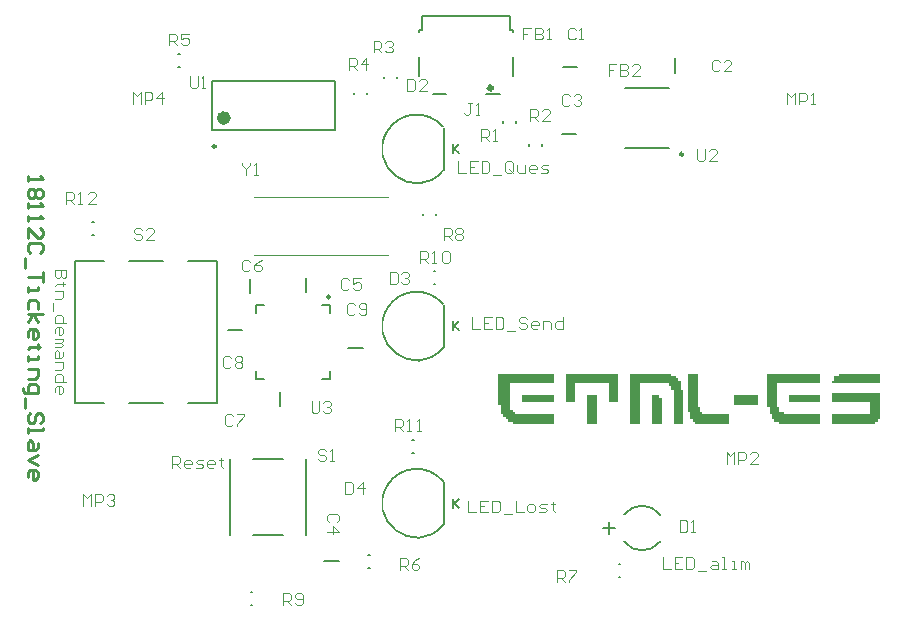
<source format=gbr>
%TF.GenerationSoftware,Altium Limited,Altium Designer,21.6.1 (37)*%
G04 Layer_Color=65535*
%FSLAX43Y43*%
%MOMM*%
%TF.SameCoordinates,722F286E-688C-4CC3-9CBB-BCC5CCC684D6*%
%TF.FilePolarity,Positive*%
%TF.FileFunction,Legend,Top*%
%TF.Part,Single*%
G01*
G75*
%TA.AperFunction,NonConductor*%
%ADD43C,0.250*%
%ADD44C,0.600*%
%ADD45C,0.400*%
%ADD46C,0.200*%
%ADD47C,0.150*%
%ADD48C,0.100*%
%ADD49C,0.254*%
%ADD50C,0.152*%
G36*
X53492Y21514D02*
Y21311D01*
Y21107D01*
Y20904D01*
Y20701D01*
Y20498D01*
Y20295D01*
Y20091D01*
Y19888D01*
Y19685D01*
Y19482D01*
Y19279D01*
X52680D01*
Y19482D01*
Y19685D01*
Y19888D01*
Y20091D01*
Y20295D01*
Y20498D01*
Y20701D01*
Y20904D01*
X49835D01*
Y20701D01*
Y20498D01*
Y20295D01*
Y20091D01*
Y19888D01*
Y19685D01*
Y19482D01*
Y19279D01*
X49022D01*
Y19482D01*
Y19685D01*
Y19888D01*
Y20091D01*
Y20295D01*
Y20498D01*
Y20701D01*
Y20904D01*
Y21107D01*
Y21311D01*
Y21514D01*
Y21717D01*
X53492D01*
Y21514D01*
D02*
G37*
G36*
X48006Y19685D02*
Y19482D01*
Y19279D01*
X45364D01*
Y19482D01*
Y19685D01*
Y19888D01*
X48006D01*
Y19685D01*
D02*
G37*
G36*
X57963Y21514D02*
X58369D01*
Y21311D01*
X58572D01*
Y21107D01*
X58776D01*
Y20904D01*
Y20701D01*
Y20498D01*
Y20295D01*
X58979D01*
Y20091D01*
Y19888D01*
Y19685D01*
Y19482D01*
Y19279D01*
Y19075D01*
Y18872D01*
Y18669D01*
Y18466D01*
Y18263D01*
Y18059D01*
Y17856D01*
Y17653D01*
Y17450D01*
X58166D01*
Y17653D01*
Y17856D01*
Y18059D01*
Y18263D01*
Y18466D01*
Y18669D01*
Y18872D01*
Y19075D01*
Y19279D01*
Y19482D01*
Y19685D01*
Y19888D01*
Y20091D01*
Y20295D01*
X57963D01*
Y20498D01*
Y20701D01*
X57760D01*
Y20904D01*
X55321D01*
Y20701D01*
Y20498D01*
Y20295D01*
Y20091D01*
Y19888D01*
Y19685D01*
Y19482D01*
Y19279D01*
Y19075D01*
Y18872D01*
Y18669D01*
Y18466D01*
Y18263D01*
Y18059D01*
Y17856D01*
Y17653D01*
Y17450D01*
X54508D01*
Y17653D01*
Y17856D01*
Y18059D01*
Y18263D01*
Y18466D01*
Y18669D01*
Y18872D01*
Y19075D01*
Y19279D01*
Y19482D01*
Y19685D01*
Y19888D01*
Y20091D01*
Y20295D01*
Y20498D01*
Y20701D01*
Y20904D01*
Y21107D01*
Y21311D01*
Y21514D01*
Y21717D01*
X57963D01*
Y21514D01*
D02*
G37*
G36*
X56947Y19685D02*
X57150D01*
Y19482D01*
Y19279D01*
Y19075D01*
Y18872D01*
Y18669D01*
Y18466D01*
Y18263D01*
Y18059D01*
Y17856D01*
Y17653D01*
Y17450D01*
X56337D01*
Y17653D01*
Y17856D01*
Y18059D01*
Y18263D01*
Y18466D01*
Y18669D01*
Y18872D01*
Y19075D01*
Y19279D01*
Y19482D01*
Y19685D01*
Y19888D01*
X56947D01*
Y19685D01*
D02*
G37*
G36*
X51664D02*
Y19482D01*
Y19279D01*
Y19075D01*
Y18872D01*
Y18669D01*
Y18466D01*
Y18263D01*
Y18059D01*
Y17856D01*
Y17653D01*
Y17450D01*
X50851D01*
Y17653D01*
Y17856D01*
Y18059D01*
Y18263D01*
Y18466D01*
Y18669D01*
Y18872D01*
Y19075D01*
Y19279D01*
Y19482D01*
Y19685D01*
Y19888D01*
X51664D01*
Y19685D01*
D02*
G37*
G36*
X48006Y21514D02*
Y21311D01*
Y21107D01*
Y20904D01*
X44348D01*
Y20701D01*
Y20498D01*
Y20295D01*
Y20091D01*
Y19888D01*
Y19685D01*
Y19482D01*
Y19279D01*
Y19075D01*
Y18872D01*
Y18669D01*
X44552D01*
Y18466D01*
X44755D01*
Y18263D01*
X48006D01*
Y18059D01*
Y17856D01*
Y17653D01*
Y17450D01*
X44552D01*
Y17653D01*
X44145D01*
Y17856D01*
X43942D01*
Y18059D01*
X43739D01*
Y18263D01*
X43536D01*
Y18466D01*
Y18669D01*
Y18872D01*
Y19075D01*
X43332D01*
Y19279D01*
Y19482D01*
Y19685D01*
Y19888D01*
Y20091D01*
Y20295D01*
Y20498D01*
Y20701D01*
Y20904D01*
Y21107D01*
Y21311D01*
Y21514D01*
Y21717D01*
X48006D01*
Y21514D01*
D02*
G37*
G36*
X75641D02*
Y21311D01*
Y21107D01*
Y20904D01*
X71577D01*
Y21107D01*
X71780D01*
Y21311D01*
Y21514D01*
X72187D01*
Y21717D01*
X75641D01*
Y21514D01*
D02*
G37*
G36*
X70561Y19685D02*
Y19482D01*
Y19279D01*
X67920D01*
Y19482D01*
Y19685D01*
Y19888D01*
X70561D01*
Y19685D01*
D02*
G37*
G36*
X65278D02*
Y19482D01*
Y19279D01*
Y19075D01*
X63246D01*
Y19279D01*
Y19482D01*
Y19685D01*
Y19888D01*
X65278D01*
Y19685D01*
D02*
G37*
G36*
X75641Y19888D02*
Y19685D01*
Y19482D01*
Y19279D01*
Y19075D01*
Y18872D01*
Y18669D01*
Y18466D01*
Y18263D01*
Y18059D01*
Y17856D01*
X75438D01*
Y17653D01*
X75235D01*
Y17450D01*
X71577D01*
Y17653D01*
Y17856D01*
Y18059D01*
Y18263D01*
X74828D01*
Y18466D01*
Y18669D01*
Y18872D01*
Y19075D01*
Y19279D01*
X71577D01*
Y19482D01*
Y19685D01*
Y19888D01*
Y20091D01*
X75641D01*
Y19888D01*
D02*
G37*
G36*
X70561Y21514D02*
Y21311D01*
Y21107D01*
Y20904D01*
X66904D01*
Y20701D01*
Y20498D01*
Y20295D01*
Y20091D01*
Y19888D01*
Y19685D01*
Y19482D01*
Y19279D01*
Y19075D01*
Y18872D01*
X67107D01*
Y18669D01*
Y18466D01*
X67513D01*
Y18263D01*
X70561D01*
Y18059D01*
Y17856D01*
Y17653D01*
Y17450D01*
X67107D01*
Y17653D01*
X66700D01*
Y17856D01*
X66497D01*
Y18059D01*
Y18263D01*
X66294D01*
Y18466D01*
Y18669D01*
Y18872D01*
X66091D01*
Y19075D01*
Y19279D01*
Y19482D01*
Y19685D01*
Y19888D01*
Y20091D01*
Y20295D01*
Y20498D01*
Y20701D01*
Y20904D01*
Y21107D01*
Y21311D01*
Y21514D01*
Y21717D01*
X70561D01*
Y21514D01*
D02*
G37*
G36*
X60198D02*
Y21311D01*
Y21107D01*
Y20904D01*
Y20701D01*
Y20498D01*
Y20295D01*
Y20091D01*
Y19888D01*
Y19685D01*
Y19482D01*
Y19279D01*
Y19075D01*
Y18872D01*
X60401D01*
Y18669D01*
Y18466D01*
X60604D01*
Y18263D01*
X62840D01*
Y18059D01*
Y17856D01*
Y17653D01*
Y17450D01*
X59995D01*
Y17653D01*
X59792D01*
Y17856D01*
X59588D01*
Y18059D01*
Y18263D01*
Y18466D01*
X59385D01*
Y18669D01*
Y18872D01*
Y19075D01*
Y19279D01*
Y19482D01*
Y19685D01*
Y19888D01*
Y20091D01*
Y20295D01*
Y20498D01*
Y20701D01*
Y20904D01*
Y21107D01*
Y21311D01*
Y21514D01*
Y21717D01*
X60198D01*
Y21514D01*
D02*
G37*
D43*
X19412Y40950D02*
G03*
X19412Y40950I-125J0D01*
G01*
X58975Y40282D02*
G03*
X58975Y40282I-125J0D01*
G01*
X29077Y28202D02*
G03*
X29077Y28202I-125J0D01*
G01*
D44*
X20387Y43350D02*
G03*
X20387Y43350I-300J0D01*
G01*
D45*
X42783Y45891D02*
G03*
X42783Y45891I-141J0D01*
G01*
D46*
X53987Y7485D02*
G03*
X57019Y7496I1512J1151D01*
G01*
Y9776D02*
G03*
X53987Y9787I-1520J-1140D01*
G01*
X34041Y42419D02*
G03*
X38649Y38903I2369J-1672D01*
G01*
X38638Y42603D02*
G03*
X33940Y42266I-2228J-1857D01*
G01*
X34041Y27419D02*
G03*
X38649Y23903I2369J-1672D01*
G01*
X38638Y27603D02*
G03*
X33940Y27266I-2228J-1857D01*
G01*
X34041Y12419D02*
G03*
X38649Y8903I2369J-1672D01*
G01*
X38638Y12603D02*
G03*
X33940Y12266I-2228J-1857D01*
G01*
X16250Y47662D02*
X16350D01*
X16250Y48763D02*
X16350D01*
X19087Y42350D02*
X29487D01*
X19087Y46450D02*
X29487D01*
X19087Y42350D02*
Y46450D01*
X29487Y42350D02*
Y46450D01*
X58300Y47200D02*
Y48400D01*
X34757Y46750D02*
Y46850D01*
X33657Y46750D02*
Y46850D01*
X32250Y45350D02*
Y45450D01*
X31150Y45350D02*
Y45450D01*
X54050Y40782D02*
X57750D01*
X54050Y45882D02*
X57750D01*
X47000Y41013D02*
Y41113D01*
X45900Y41013D02*
Y41113D01*
X44794Y42957D02*
Y43057D01*
X43694Y42957D02*
Y43057D01*
X48784Y47700D02*
X49984D01*
X22300Y28535D02*
Y29735D01*
X28427Y27552D02*
X29102D01*
Y26877D02*
Y27552D01*
Y21252D02*
Y21927D01*
X28427Y21252D02*
X29102D01*
X22802D02*
X23477D01*
X22802D02*
Y21927D01*
Y27552D02*
X23477D01*
X22802Y26877D02*
Y27552D01*
X24811Y18958D02*
Y20158D01*
X27052Y28610D02*
Y29810D01*
X30642Y23876D02*
X31842D01*
X20400Y25400D02*
X21600D01*
X28610Y5842D02*
X29810D01*
X48684Y41963D02*
X49884D01*
X22390Y3217D02*
X22490D01*
X22390Y2117D02*
X22490D01*
X27040Y8065D02*
Y14465D01*
X20640Y8065D02*
Y14465D01*
X22540D02*
X25140D01*
X22540Y8065D02*
X25140D01*
X32335Y5292D02*
X32435D01*
X32335Y6392D02*
X32435D01*
X53544Y4530D02*
X53644D01*
X53544Y5630D02*
X53644D01*
X36050Y14950D02*
X36150D01*
X36050Y16050D02*
X36150D01*
X38015Y35129D02*
Y35229D01*
X36915Y35129D02*
Y35229D01*
X57019Y7496D02*
X57023Y7551D01*
X57019Y9776D02*
X57023Y9721D01*
X52209Y8636D02*
X53209D01*
X52709Y8136D02*
Y9136D01*
X38696Y38968D02*
Y42524D01*
Y23968D02*
Y27524D01*
Y8968D02*
Y12524D01*
X37884Y30395D02*
X37984D01*
X37884Y29295D02*
X37984D01*
X8967Y34586D02*
X9067D01*
X8967Y33486D02*
X9067D01*
X7510Y31246D02*
X9950D01*
X12080D02*
X14940D01*
X17070D02*
X19510D01*
X17070Y19246D02*
X19510D01*
X12080D02*
X14940D01*
X7510D02*
X9950D01*
X19510D02*
Y31246D01*
X7510Y19246D02*
Y31246D01*
D47*
X36600Y50791D02*
X36900D01*
Y51991D01*
X44300D01*
Y50791D02*
Y51991D01*
Y50791D02*
X44600D01*
X37770Y45391D02*
X38900D01*
X42300D02*
X43430D01*
X44600Y50651D02*
Y50791D01*
Y46921D02*
Y48521D01*
X36600Y46921D02*
Y48521D01*
Y50651D02*
Y50791D01*
D48*
X22621Y36650D02*
X34021D01*
X22621Y31750D02*
X34021D01*
X40800Y10966D02*
Y9967D01*
X41466D01*
X42466Y10966D02*
X41800D01*
Y9967D01*
X42466D01*
X41800Y10466D02*
X42133D01*
X42799Y10966D02*
Y9967D01*
X43299D01*
X43466Y10133D01*
Y10800D01*
X43299Y10966D01*
X42799D01*
X43799Y9800D02*
X44465D01*
X44799Y10966D02*
Y9967D01*
X45465D01*
X45965D02*
X46298D01*
X46465Y10133D01*
Y10466D01*
X46298Y10633D01*
X45965D01*
X45798Y10466D01*
Y10133D01*
X45965Y9967D01*
X46798D02*
X47298D01*
X47465Y10133D01*
X47298Y10300D01*
X46965D01*
X46798Y10466D01*
X46965Y10633D01*
X47465D01*
X47964Y10800D02*
Y10633D01*
X47798D01*
X48131D01*
X47964D01*
Y10133D01*
X48131Y9967D01*
X57250Y6160D02*
Y5161D01*
X57916D01*
X58916Y6160D02*
X58250D01*
Y5161D01*
X58916D01*
X58250Y5660D02*
X58583D01*
X59249Y6160D02*
Y5161D01*
X59749D01*
X59916Y5327D01*
Y5994D01*
X59749Y6160D01*
X59249D01*
X60249Y4994D02*
X60915D01*
X61415Y5827D02*
X61749D01*
X61915Y5660D01*
Y5161D01*
X61415D01*
X61249Y5327D01*
X61415Y5494D01*
X61915D01*
X62248Y5161D02*
X62582D01*
X62415D01*
Y6160D01*
X62248D01*
X63081Y5161D02*
X63415D01*
X63248D01*
Y5827D01*
X63081D01*
X63915Y5161D02*
Y5827D01*
X64081D01*
X64248Y5660D01*
Y5161D01*
Y5660D01*
X64414Y5827D01*
X64581Y5660D01*
Y5161D01*
X41100Y26466D02*
Y25467D01*
X41766D01*
X42766Y26466D02*
X42100D01*
Y25467D01*
X42766D01*
X42100Y25966D02*
X42433D01*
X43099Y26466D02*
Y25467D01*
X43599D01*
X43766Y25633D01*
Y26300D01*
X43599Y26466D01*
X43099D01*
X44099Y25300D02*
X44765D01*
X45765Y26300D02*
X45599Y26466D01*
X45265D01*
X45099Y26300D01*
Y26133D01*
X45265Y25966D01*
X45599D01*
X45765Y25800D01*
Y25633D01*
X45599Y25467D01*
X45265D01*
X45099Y25633D01*
X46598Y25467D02*
X46265D01*
X46098Y25633D01*
Y25966D01*
X46265Y26133D01*
X46598D01*
X46765Y25966D01*
Y25800D01*
X46098D01*
X47098Y25467D02*
Y26133D01*
X47598D01*
X47765Y25966D01*
Y25467D01*
X48764Y26466D02*
Y25467D01*
X48264D01*
X48098Y25633D01*
Y25966D01*
X48264Y26133D01*
X48764D01*
X39910Y39688D02*
Y38688D01*
X40577D01*
X41576Y39688D02*
X40910D01*
Y38688D01*
X41576D01*
X40910Y39188D02*
X41243D01*
X41909Y39688D02*
Y38688D01*
X42409D01*
X42576Y38854D01*
Y39521D01*
X42409Y39688D01*
X41909D01*
X42909Y38521D02*
X43576D01*
X44575Y38854D02*
Y39521D01*
X44409Y39688D01*
X44075D01*
X43909Y39521D01*
Y38854D01*
X44075Y38688D01*
X44409D01*
X44242Y39021D02*
X44575Y38688D01*
X44409D02*
X44575Y38854D01*
X44908Y39354D02*
Y38854D01*
X45075Y38688D01*
X45575D01*
Y39354D01*
X46408Y38688D02*
X46075D01*
X45908Y38854D01*
Y39188D01*
X46075Y39354D01*
X46408D01*
X46575Y39188D01*
Y39021D01*
X45908D01*
X46908Y38688D02*
X47408D01*
X47574Y38854D01*
X47408Y39021D01*
X47074D01*
X46908Y39188D01*
X47074Y39354D01*
X47574D01*
X6766Y30500D02*
X5767D01*
Y30000D01*
X5933Y29834D01*
X6100D01*
X6266Y30000D01*
Y30500D01*
Y30000D01*
X6433Y29834D01*
X6600D01*
X6766Y30000D01*
Y30500D01*
X6600Y29334D02*
X6433D01*
Y29500D01*
Y29167D01*
Y29334D01*
X5933D01*
X5767Y29167D01*
Y28667D02*
X6433D01*
Y28167D01*
X6266Y28001D01*
X5767D01*
X5600Y27668D02*
Y27001D01*
X6766Y26001D02*
X5767D01*
Y26501D01*
X5933Y26668D01*
X6266D01*
X6433Y26501D01*
Y26001D01*
X5767Y25168D02*
Y25502D01*
X5933Y25668D01*
X6266D01*
X6433Y25502D01*
Y25168D01*
X6266Y25002D01*
X6100D01*
Y25668D01*
X5767Y24669D02*
X6433D01*
Y24502D01*
X6266Y24335D01*
X5767D01*
X6266D01*
X6433Y24169D01*
X6266Y24002D01*
X5767D01*
X6433Y23502D02*
Y23169D01*
X6266Y23002D01*
X5767D01*
Y23502D01*
X5933Y23669D01*
X6100Y23502D01*
Y23002D01*
X5767Y22669D02*
X6433D01*
Y22169D01*
X6266Y22003D01*
X5767D01*
X6766Y21003D02*
X5767D01*
Y21503D01*
X5933Y21670D01*
X6266D01*
X6433Y21503D01*
Y21003D01*
X5767Y20170D02*
Y20503D01*
X5933Y20670D01*
X6266D01*
X6433Y20503D01*
Y20170D01*
X6266Y20003D01*
X6100D01*
Y20670D01*
X15700Y13700D02*
Y14700D01*
X16200D01*
X16366Y14533D01*
Y14200D01*
X16200Y14033D01*
X15700D01*
X16033D02*
X16366Y13700D01*
X17200D02*
X16866D01*
X16700Y13867D01*
Y14200D01*
X16866Y14366D01*
X17200D01*
X17366Y14200D01*
Y14033D01*
X16700D01*
X17699Y13700D02*
X18199D01*
X18366Y13867D01*
X18199Y14033D01*
X17866D01*
X17699Y14200D01*
X17866Y14366D01*
X18366D01*
X19199Y13700D02*
X18866D01*
X18699Y13867D01*
Y14200D01*
X18866Y14366D01*
X19199D01*
X19365Y14200D01*
Y14033D01*
X18699D01*
X19865Y14533D02*
Y14366D01*
X19699D01*
X20032D01*
X19865D01*
Y13867D01*
X20032Y13700D01*
X12382Y44564D02*
Y45563D01*
X12715Y45230D01*
X13048Y45563D01*
Y44564D01*
X13382D02*
Y45563D01*
X13882D01*
X14048Y45397D01*
Y45064D01*
X13882Y44897D01*
X13382D01*
X14881Y44564D02*
Y45563D01*
X14381Y45064D01*
X15048D01*
X8165Y10500D02*
Y11500D01*
X8498Y11166D01*
X8832Y11500D01*
Y10500D01*
X9165D02*
Y11500D01*
X9665D01*
X9831Y11333D01*
Y11000D01*
X9665Y10833D01*
X9165D01*
X10164Y11333D02*
X10331Y11500D01*
X10664D01*
X10831Y11333D01*
Y11166D01*
X10664Y11000D01*
X10498D01*
X10664D01*
X10831Y10833D01*
Y10667D01*
X10664Y10500D01*
X10331D01*
X10164Y10667D01*
X62649Y14058D02*
Y15058D01*
X62982Y14725D01*
X63315Y15058D01*
Y14058D01*
X63648D02*
Y15058D01*
X64148D01*
X64315Y14891D01*
Y14558D01*
X64148Y14392D01*
X63648D01*
X65314Y14058D02*
X64648D01*
X65314Y14725D01*
Y14891D01*
X65148Y15058D01*
X64815D01*
X64648Y14891D01*
X67800Y44500D02*
Y45500D01*
X68133Y45166D01*
X68466Y45500D01*
Y44500D01*
X68800D02*
Y45500D01*
X69300D01*
X69466Y45333D01*
Y45000D01*
X69300Y44833D01*
X68800D01*
X69799Y44500D02*
X70133D01*
X69966D01*
Y45500D01*
X69799Y45333D01*
X49866Y50833D02*
X49700Y51000D01*
X49367D01*
X49200Y50833D01*
Y50167D01*
X49367Y50000D01*
X49700D01*
X49866Y50167D01*
X50200Y50000D02*
X50533D01*
X50366D01*
Y51000D01*
X50200Y50833D01*
X62066Y48133D02*
X61900Y48300D01*
X61567D01*
X61400Y48133D01*
Y47467D01*
X61567Y47300D01*
X61900D01*
X62066Y47467D01*
X63066Y47300D02*
X62400D01*
X63066Y47966D01*
Y48133D01*
X62900Y48300D01*
X62566D01*
X62400Y48133D01*
X49366Y45233D02*
X49200Y45400D01*
X48867D01*
X48700Y45233D01*
Y44567D01*
X48867Y44400D01*
X49200D01*
X49366Y44567D01*
X49700Y45233D02*
X49866Y45400D01*
X50200D01*
X50366Y45233D01*
Y45066D01*
X50200Y44900D01*
X50033D01*
X50200D01*
X50366Y44733D01*
Y44567D01*
X50200Y44400D01*
X49866D01*
X49700Y44567D01*
X29633Y9134D02*
X29800Y9300D01*
Y9633D01*
X29633Y9800D01*
X28967D01*
X28800Y9633D01*
Y9300D01*
X28967Y9134D01*
X28800Y8300D02*
X29800D01*
X29300Y8800D01*
Y8134D01*
X20666Y23033D02*
X20500Y23200D01*
X20167D01*
X20000Y23033D01*
Y22367D01*
X20167Y22200D01*
X20500D01*
X20666Y22367D01*
X21000Y23033D02*
X21166Y23200D01*
X21500D01*
X21666Y23033D01*
Y22866D01*
X21500Y22700D01*
X21666Y22533D01*
Y22367D01*
X21500Y22200D01*
X21166D01*
X21000Y22367D01*
Y22533D01*
X21166Y22700D01*
X21000Y22866D01*
Y23033D01*
X21166Y22700D02*
X21500D01*
X31166Y27533D02*
X31000Y27700D01*
X30667D01*
X30500Y27533D01*
Y26867D01*
X30667Y26700D01*
X31000D01*
X31166Y26867D01*
X31500D02*
X31666Y26700D01*
X32000D01*
X32166Y26867D01*
Y27533D01*
X32000Y27700D01*
X31666D01*
X31500Y27533D01*
Y27366D01*
X31666Y27200D01*
X32166D01*
X20835Y18105D02*
X20668Y18272D01*
X20335D01*
X20168Y18105D01*
Y17439D01*
X20335Y17272D01*
X20668D01*
X20835Y17439D01*
X21168Y18272D02*
X21834D01*
Y18105D01*
X21168Y17439D01*
Y17272D01*
X58678Y9302D02*
Y8302D01*
X59178D01*
X59344Y8469D01*
Y9135D01*
X59178Y9302D01*
X58678D01*
X59678Y8302D02*
X60011D01*
X59844D01*
Y9302D01*
X59678Y9135D01*
X35582Y46625D02*
Y45625D01*
X36082D01*
X36249Y45792D01*
Y46458D01*
X36082Y46625D01*
X35582D01*
X37248Y45625D02*
X36582D01*
X37248Y46291D01*
Y46458D01*
X37082Y46625D01*
X36749D01*
X36582Y46458D01*
X34128Y30300D02*
Y29300D01*
X34628D01*
X34795Y29467D01*
Y30133D01*
X34628Y30300D01*
X34128D01*
X35128Y30133D02*
X35295Y30300D01*
X35628D01*
X35794Y30133D01*
Y29966D01*
X35628Y29800D01*
X35461D01*
X35628D01*
X35794Y29633D01*
Y29467D01*
X35628Y29300D01*
X35295D01*
X35128Y29467D01*
X30353Y12557D02*
Y11557D01*
X30853D01*
X31019Y11724D01*
Y12390D01*
X30853Y12557D01*
X30353D01*
X31853Y11557D02*
Y12557D01*
X31353Y12057D01*
X32019D01*
X41066Y44600D02*
X40733D01*
X40900D01*
Y43767D01*
X40733Y43600D01*
X40567D01*
X40400Y43767D01*
X41400Y43600D02*
X41733D01*
X41566D01*
Y44600D01*
X41400Y44433D01*
X41900Y41400D02*
Y42400D01*
X42400D01*
X42566Y42233D01*
Y41900D01*
X42400Y41733D01*
X41900D01*
X42233D02*
X42566Y41400D01*
X42900D02*
X43233D01*
X43066D01*
Y42400D01*
X42900Y42233D01*
X46000Y43100D02*
Y44100D01*
X46500D01*
X46666Y43933D01*
Y43600D01*
X46500Y43433D01*
X46000D01*
X46333D02*
X46666Y43100D01*
X47666D02*
X47000D01*
X47666Y43766D01*
Y43933D01*
X47500Y44100D01*
X47166D01*
X47000Y43933D01*
X48278Y4064D02*
Y5064D01*
X48778D01*
X48945Y4897D01*
Y4564D01*
X48778Y4397D01*
X48278D01*
X48611D02*
X48945Y4064D01*
X49278Y5064D02*
X49944D01*
Y4897D01*
X49278Y4231D01*
Y4064D01*
X38700Y33000D02*
Y34000D01*
X39200D01*
X39366Y33833D01*
Y33500D01*
X39200Y33333D01*
X38700D01*
X39033D02*
X39366Y33000D01*
X39700Y33833D02*
X39866Y34000D01*
X40200D01*
X40366Y33833D01*
Y33666D01*
X40200Y33500D01*
X40366Y33333D01*
Y33167D01*
X40200Y33000D01*
X39866D01*
X39700Y33167D01*
Y33333D01*
X39866Y33500D01*
X39700Y33666D01*
Y33833D01*
X39866Y33500D02*
X40200D01*
X36703Y31091D02*
Y32091D01*
X37203D01*
X37369Y31924D01*
Y31591D01*
X37203Y31424D01*
X36703D01*
X37036D02*
X37369Y31091D01*
X37703D02*
X38036D01*
X37869D01*
Y32091D01*
X37703Y31924D01*
X38536D02*
X38702Y32091D01*
X39036D01*
X39202Y31924D01*
Y31258D01*
X39036Y31091D01*
X38702D01*
X38536Y31258D01*
Y31924D01*
X34575Y16835D02*
Y17835D01*
X35075D01*
X35241Y17668D01*
Y17335D01*
X35075Y17168D01*
X34575D01*
X34908D02*
X35241Y16835D01*
X35575D02*
X35908D01*
X35741D01*
Y17835D01*
X35575Y17668D01*
X36408Y16835D02*
X36741D01*
X36574D01*
Y17835D01*
X36408Y17668D01*
X6731Y36068D02*
Y37068D01*
X7231D01*
X7397Y36901D01*
Y36568D01*
X7231Y36401D01*
X6731D01*
X7064D02*
X7397Y36068D01*
X7731D02*
X8064D01*
X7897D01*
Y37068D01*
X7731Y36901D01*
X9230Y36068D02*
X8564D01*
X9230Y36734D01*
Y36901D01*
X9064Y37068D01*
X8730D01*
X8564Y36901D01*
X28733Y15184D02*
X28567Y15351D01*
X28234D01*
X28067Y15184D01*
Y15017D01*
X28234Y14851D01*
X28567D01*
X28733Y14684D01*
Y14518D01*
X28567Y14351D01*
X28234D01*
X28067Y14518D01*
X29067Y14351D02*
X29400D01*
X29233D01*
Y15351D01*
X29067Y15184D01*
X13167Y33853D02*
X13000Y34020D01*
X12667D01*
X12500Y33853D01*
Y33686D01*
X12667Y33520D01*
X13000D01*
X13167Y33353D01*
Y33187D01*
X13000Y33020D01*
X12667D01*
X12500Y33187D01*
X14166Y33020D02*
X13500D01*
X14166Y33686D01*
Y33853D01*
X14000Y34020D01*
X13666D01*
X13500Y33853D01*
X17200Y46900D02*
Y46067D01*
X17367Y45900D01*
X17700D01*
X17866Y46067D01*
Y46900D01*
X18200Y45900D02*
X18533D01*
X18366D01*
Y46900D01*
X18200Y46733D01*
X27512Y19415D02*
Y18582D01*
X27678Y18415D01*
X28011D01*
X28178Y18582D01*
Y19415D01*
X28511Y19248D02*
X28678Y19415D01*
X29011D01*
X29178Y19248D01*
Y19081D01*
X29011Y18915D01*
X28844D01*
X29011D01*
X29178Y18748D01*
Y18582D01*
X29011Y18415D01*
X28678D01*
X28511Y18582D01*
X25140Y2117D02*
Y3117D01*
X25640D01*
X25806Y2950D01*
Y2617D01*
X25640Y2450D01*
X25140D01*
X25473D02*
X25806Y2117D01*
X26140Y2284D02*
X26306Y2117D01*
X26640D01*
X26806Y2284D01*
Y2950D01*
X26640Y3117D01*
X26306D01*
X26140Y2950D01*
Y2783D01*
X26306Y2617D01*
X26806D01*
X46100Y51000D02*
X45434D01*
Y50500D01*
X45767D01*
X45434D01*
Y50000D01*
X46433Y51000D02*
Y50000D01*
X46933D01*
X47100Y50167D01*
Y50333D01*
X46933Y50500D01*
X46433D01*
X46933D01*
X47100Y50667D01*
Y50833D01*
X46933Y51000D01*
X46433D01*
X47433Y50000D02*
X47766D01*
X47600D01*
Y51000D01*
X47433Y50833D01*
X53334Y47900D02*
X52667D01*
Y47400D01*
X53000D01*
X52667D01*
Y46900D01*
X53667Y47900D02*
Y46900D01*
X54167D01*
X54333Y47067D01*
Y47233D01*
X54167Y47400D01*
X53667D01*
X54167D01*
X54333Y47567D01*
Y47733D01*
X54167Y47900D01*
X53667D01*
X55333Y46900D02*
X54666D01*
X55333Y47567D01*
Y47733D01*
X55166Y47900D01*
X54833D01*
X54666Y47733D01*
X32767Y48900D02*
Y49900D01*
X33267D01*
X33433Y49733D01*
Y49400D01*
X33267Y49233D01*
X32767D01*
X33100D02*
X33433Y48900D01*
X33767Y49733D02*
X33933Y49900D01*
X34266D01*
X34433Y49733D01*
Y49567D01*
X34266Y49400D01*
X34100D01*
X34266D01*
X34433Y49233D01*
Y49067D01*
X34266Y48900D01*
X33933D01*
X33767Y49067D01*
X30667Y47400D02*
Y48400D01*
X31167D01*
X31333Y48233D01*
Y47900D01*
X31167Y47733D01*
X30667D01*
X31000D02*
X31333Y47400D01*
X32166D02*
Y48400D01*
X31667Y47900D01*
X32333D01*
X15467Y49500D02*
Y50500D01*
X15967D01*
X16133Y50333D01*
Y50000D01*
X15967Y49833D01*
X15467D01*
X15800D02*
X16133Y49500D01*
X17133Y50500D02*
X16467D01*
Y50000D01*
X16800Y50167D01*
X16966D01*
X17133Y50000D01*
Y49667D01*
X16966Y49500D01*
X16633D01*
X16467Y49667D01*
X34981Y5088D02*
Y6088D01*
X35481D01*
X35647Y5921D01*
Y5588D01*
X35481Y5421D01*
X34981D01*
X35314D02*
X35647Y5088D01*
X36647Y6088D02*
X36314Y5921D01*
X35981Y5588D01*
Y5255D01*
X36147Y5088D01*
X36480D01*
X36647Y5255D01*
Y5421D01*
X36480Y5588D01*
X35981D01*
X60167Y40700D02*
Y39867D01*
X60334Y39700D01*
X60667D01*
X60833Y39867D01*
Y40700D01*
X61833Y39700D02*
X61167D01*
X61833Y40367D01*
Y40533D01*
X61666Y40700D01*
X61333D01*
X61167Y40533D01*
X30702Y29663D02*
X30535Y29830D01*
X30202D01*
X30035Y29663D01*
Y28997D01*
X30202Y28830D01*
X30535D01*
X30702Y28997D01*
X31701Y29830D02*
X31035D01*
Y29330D01*
X31368Y29496D01*
X31535D01*
X31701Y29330D01*
Y28997D01*
X31535Y28830D01*
X31201D01*
X31035Y28997D01*
X22298Y31201D02*
X22131Y31368D01*
X21798D01*
X21631Y31201D01*
Y30535D01*
X21798Y30368D01*
X22131D01*
X22298Y30535D01*
X23297Y31368D02*
X22964Y31201D01*
X22631Y30868D01*
Y30535D01*
X22797Y30368D01*
X23131D01*
X23297Y30535D01*
Y30701D01*
X23131Y30868D01*
X22631D01*
X21623Y39534D02*
Y39367D01*
X21956Y39034D01*
X22289Y39367D01*
Y39534D01*
X21956Y39034D02*
Y38534D01*
X22622D02*
X22956D01*
X22789D01*
Y39534D01*
X22622Y39367D01*
D49*
X3500Y38421D02*
Y38003D01*
Y38212D01*
X4754D01*
X4545Y38421D01*
Y37377D02*
X4754Y37168D01*
Y36750D01*
X4545Y36541D01*
X4336D01*
X4127Y36750D01*
X3918Y36541D01*
X3709D01*
X3500Y36750D01*
Y37168D01*
X3709Y37377D01*
X3918D01*
X4127Y37168D01*
X4336Y37377D01*
X4545D01*
X4127Y37168D02*
Y36750D01*
X3500Y36123D02*
Y35705D01*
Y35914D01*
X4754D01*
X4545Y36123D01*
X3500Y35078D02*
Y34660D01*
Y34869D01*
X4754D01*
X4545Y35078D01*
X3500Y33198D02*
Y34034D01*
X4336Y33198D01*
X4545D01*
X4754Y33407D01*
Y33825D01*
X4545Y34034D01*
Y31944D02*
X4754Y32153D01*
Y32571D01*
X4545Y32780D01*
X3709D01*
X3500Y32571D01*
Y32153D01*
X3709Y31944D01*
X3291Y31526D02*
Y30691D01*
X4754Y30273D02*
Y29437D01*
Y29855D01*
X3500D01*
Y29019D02*
Y28601D01*
Y28810D01*
X4336D01*
Y29019D01*
Y27139D02*
Y27766D01*
X4127Y27975D01*
X3709D01*
X3500Y27766D01*
Y27139D01*
Y26721D02*
X4754D01*
X3918D02*
X4336Y26094D01*
X3918Y26721D02*
X3500Y26094D01*
Y24841D02*
Y25258D01*
X3709Y25467D01*
X4127D01*
X4336Y25258D01*
Y24841D01*
X4127Y24632D01*
X3918D01*
Y25467D01*
X4545Y24005D02*
X4336D01*
Y24214D01*
Y23796D01*
Y24005D01*
X3709D01*
X3500Y23796D01*
Y23169D02*
Y22751D01*
Y22960D01*
X4336D01*
Y23169D01*
X3500Y22125D02*
X4336D01*
Y21498D01*
X4127Y21289D01*
X3500D01*
X3082Y20453D02*
Y20244D01*
X3291Y20035D01*
X4336D01*
Y20662D01*
X4127Y20871D01*
X3709D01*
X3500Y20662D01*
Y20035D01*
X3291Y19617D02*
Y18782D01*
X4545Y17528D02*
X4754Y17737D01*
Y18155D01*
X4545Y18364D01*
X4336D01*
X4127Y18155D01*
Y17737D01*
X3918Y17528D01*
X3709D01*
X3500Y17737D01*
Y18155D01*
X3709Y18364D01*
X3500Y17110D02*
Y16692D01*
Y16901D01*
X4754D01*
Y17110D01*
X4336Y15857D02*
Y15439D01*
X4127Y15230D01*
X3500D01*
Y15857D01*
X3709Y16065D01*
X3918Y15857D01*
Y15230D01*
X4336Y14812D02*
X3500Y14394D01*
X4336Y13976D01*
X3500Y12931D02*
Y13349D01*
X3709Y13558D01*
X4127D01*
X4336Y13349D01*
Y12931D01*
X4127Y12723D01*
X3918D01*
Y13558D01*
D50*
X39458Y41127D02*
Y40365D01*
Y40619D01*
X39966Y41127D01*
X39585Y40746D01*
X39966Y40365D01*
X39458Y26127D02*
Y25365D01*
Y25619D01*
X39966Y26127D01*
X39585Y25746D01*
X39966Y25365D01*
X39458Y11127D02*
Y10365D01*
Y10619D01*
X39966Y11127D01*
X39585Y10746D01*
X39966Y10365D01*
%TF.MD5,a711c8c1a18be0ae2da184e5b571098d*%
M02*

</source>
